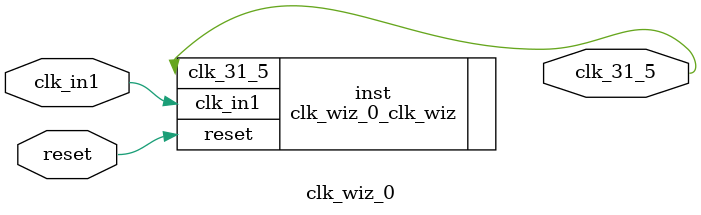
<source format=v>


`timescale 1ps/1ps

(* CORE_GENERATION_INFO = "clk_wiz_0,clk_wiz_v6_0_4_0_0,{component_name=clk_wiz_0,use_phase_alignment=true,use_min_o_jitter=false,use_max_i_jitter=false,use_dyn_phase_shift=false,use_inclk_switchover=false,use_dyn_reconfig=false,enable_axi=0,feedback_source=FDBK_AUTO,PRIMITIVE=MMCM,num_out_clk=1,clkin1_period=10.000,clkin2_period=10.000,use_power_down=false,use_reset=true,use_locked=false,use_inclk_stopped=false,feedback_type=SINGLE,CLOCK_MGR_TYPE=NA,manual_override=false}" *)

module clk_wiz_0 
 (
  // Clock out ports
  output        clk_31_5,
  // Status and control signals
  input         reset,
 // Clock in ports
  input         clk_in1
 );

  clk_wiz_0_clk_wiz inst
  (
  // Clock out ports  
  .clk_31_5(clk_31_5),
  // Status and control signals               
  .reset(reset), 
 // Clock in ports
  .clk_in1(clk_in1)
  );

endmodule

</source>
